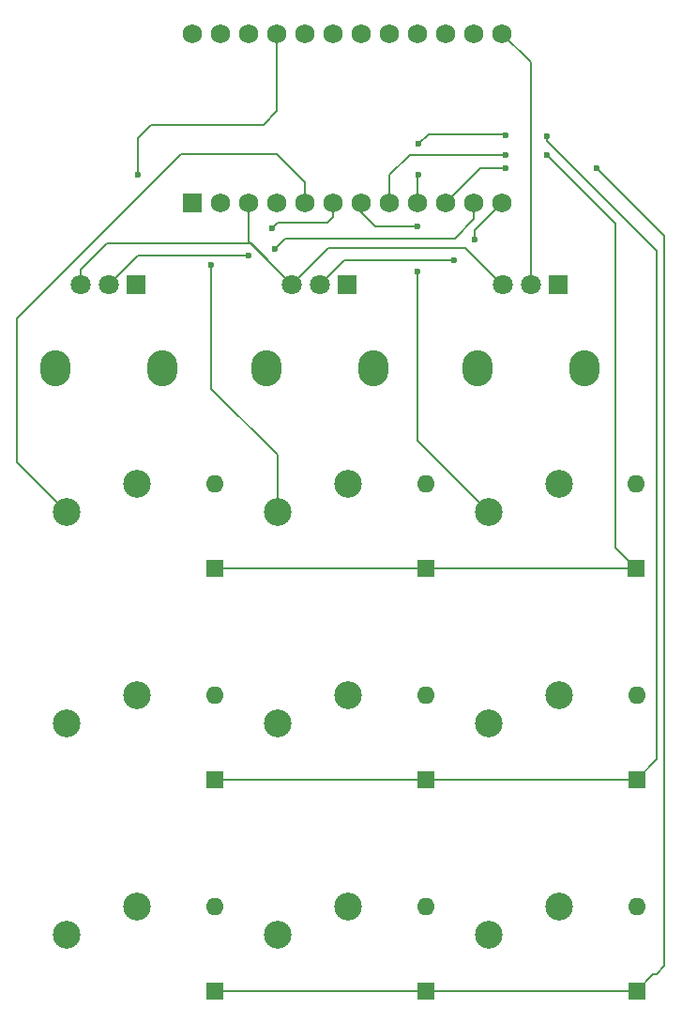
<source format=gbr>
%TF.GenerationSoftware,KiCad,Pcbnew,8.0.2*%
%TF.CreationDate,2024-05-13T19:47:14+03:00*%
%TF.ProjectId,tasta_mea,74617374-615f-46d6-9561-2e6b69636164,rev?*%
%TF.SameCoordinates,Original*%
%TF.FileFunction,Copper,L1,Top*%
%TF.FilePolarity,Positive*%
%FSLAX46Y46*%
G04 Gerber Fmt 4.6, Leading zero omitted, Abs format (unit mm)*
G04 Created by KiCad (PCBNEW 8.0.2) date 2024-05-13 19:47:14*
%MOMM*%
%LPD*%
G01*
G04 APERTURE LIST*
%TA.AperFunction,ComponentPad*%
%ADD10O,2.720000X3.240000*%
%TD*%
%TA.AperFunction,ComponentPad*%
%ADD11R,1.800000X1.800000*%
%TD*%
%TA.AperFunction,ComponentPad*%
%ADD12C,1.800000*%
%TD*%
%TA.AperFunction,ComponentPad*%
%ADD13C,2.500000*%
%TD*%
%TA.AperFunction,ComponentPad*%
%ADD14R,1.752600X1.752600*%
%TD*%
%TA.AperFunction,ComponentPad*%
%ADD15C,1.752600*%
%TD*%
%TA.AperFunction,ComponentPad*%
%ADD16R,1.600000X1.600000*%
%TD*%
%TA.AperFunction,ComponentPad*%
%ADD17O,1.600000X1.600000*%
%TD*%
%TA.AperFunction,ViaPad*%
%ADD18C,0.600000*%
%TD*%
%TA.AperFunction,Conductor*%
%ADD19C,0.200000*%
%TD*%
G04 APERTURE END LIST*
D10*
%TO.P,RV1,*%
%TO.N,*%
X98650000Y-53420000D03*
X89050000Y-53420000D03*
D11*
%TO.P,RV1,1,1*%
%TO.N,vcc*%
X96350000Y-45920000D03*
D12*
%TO.P,RV1,2,2*%
%TO.N,vol 1*%
X93850000Y-45920000D03*
%TO.P,RV1,3,3*%
%TO.N,gnd*%
X91350000Y-45920000D03*
%TD*%
D13*
%TO.P,S1,1,1*%
%TO.N,col 1*%
X90040000Y-66380000D03*
%TO.P,S1,2,2*%
%TO.N,Net-(D1-A)*%
X96390000Y-63840000D03*
%TD*%
D10*
%TO.P,RV3,*%
%TO.N,*%
X136750000Y-53420000D03*
X127150000Y-53420000D03*
D11*
%TO.P,RV3,1,1*%
%TO.N,vcc*%
X134450000Y-45920000D03*
D12*
%TO.P,RV3,2,2*%
%TO.N,vol 3*%
X131950000Y-45920000D03*
%TO.P,RV3,3,3*%
%TO.N,gnd*%
X129450000Y-45920000D03*
%TD*%
D14*
%TO.P,U1,1,TX0/PD3*%
%TO.N,unconnected-(U1-TX0{slash}PD3-Pad1)*%
X101430000Y-38540000D03*
D15*
%TO.P,U1,2,RX1/PD2*%
%TO.N,unconnected-(U1-RX1{slash}PD2-Pad2)*%
X103970000Y-38540000D03*
%TO.P,U1,3,GND*%
%TO.N,gnd*%
X106510000Y-38540000D03*
%TO.P,U1,4,GND*%
%TO.N,unconnected-(U1-GND-Pad4)*%
X109050000Y-38540000D03*
%TO.P,U1,5,2/PD1*%
%TO.N,col 1*%
X111590000Y-38540000D03*
%TO.P,U1,6,3/PD0*%
%TO.N,col 2*%
X114130000Y-38540000D03*
%TO.P,U1,7,4/PD4*%
%TO.N,col 3*%
X116670000Y-38540000D03*
%TO.P,U1,8,5/PC6*%
%TO.N,row 1*%
X119210000Y-38540000D03*
%TO.P,U1,9,6/PD7*%
%TO.N,row 2*%
X121750000Y-38540000D03*
%TO.P,U1,10,7/PE6*%
%TO.N,row 3*%
X124290000Y-38540000D03*
%TO.P,U1,11,8/PB4*%
%TO.N,vol 1*%
X126830000Y-38540000D03*
%TO.P,U1,12,9/PB5*%
%TO.N,vol 2*%
X129370000Y-38540000D03*
%TO.P,U1,13,10/PB6*%
%TO.N,vol 3*%
X129370000Y-23300000D03*
%TO.P,U1,14,16/PB2*%
%TO.N,unconnected-(U1-16{slash}PB2-Pad14)*%
X126830000Y-23300000D03*
%TO.P,U1,15,14/PB3*%
%TO.N,unconnected-(U1-14{slash}PB3-Pad15)*%
X124290000Y-23300000D03*
%TO.P,U1,16,15/PB1*%
%TO.N,unconnected-(U1-15{slash}PB1-Pad16)*%
X121750000Y-23300000D03*
%TO.P,U1,17,A0/PF7*%
%TO.N,unconnected-(U1-A0{slash}PF7-Pad17)*%
X119210000Y-23300000D03*
%TO.P,U1,18,A1/PF6*%
%TO.N,unconnected-(U1-A1{slash}PF6-Pad18)*%
X116670000Y-23300000D03*
%TO.P,U1,19,A2/PF5*%
%TO.N,unconnected-(U1-A2{slash}PF5-Pad19)*%
X114130000Y-23300000D03*
%TO.P,U1,20,A3/PF4*%
%TO.N,unconnected-(U1-A3{slash}PF4-Pad20)*%
X111590000Y-23300000D03*
%TO.P,U1,21,VCC*%
%TO.N,vcc*%
X109050000Y-23300000D03*
%TO.P,U1,22,RST*%
%TO.N,unconnected-(U1-RST-Pad22)*%
X106510000Y-23300000D03*
%TO.P,U1,23,GND*%
%TO.N,unconnected-(U1-GND-Pad23)*%
X103970000Y-23300000D03*
%TO.P,U1,24,RAW*%
%TO.N,unconnected-(U1-RAW-Pad24)*%
X101430000Y-23300000D03*
%TD*%
D13*
%TO.P,S6,1,1*%
%TO.N,col 3*%
X128140000Y-85430000D03*
%TO.P,S6,2,2*%
%TO.N,Net-(D6-A)*%
X134490000Y-82890000D03*
%TD*%
%TO.P,S7,1,1*%
%TO.N,col 1*%
X90040000Y-104480000D03*
%TO.P,S7,2,2*%
%TO.N,Net-(D7-A)*%
X96390000Y-101940000D03*
%TD*%
%TO.P,S2,1,1*%
%TO.N,col 2*%
X109090000Y-66380000D03*
%TO.P,S2,2,2*%
%TO.N,Net-(D2-A)*%
X115440000Y-63840000D03*
%TD*%
%TO.P,S9,1,1*%
%TO.N,col 3*%
X128140000Y-104480000D03*
%TO.P,S9,2,2*%
%TO.N,Net-(D9-A)*%
X134490000Y-101940000D03*
%TD*%
D10*
%TO.P,RV2,*%
%TO.N,*%
X117700000Y-53420000D03*
X108100000Y-53420000D03*
D11*
%TO.P,RV2,1,1*%
%TO.N,vcc*%
X115400000Y-45920000D03*
D12*
%TO.P,RV2,2,2*%
%TO.N,vol 2*%
X112900000Y-45920000D03*
%TO.P,RV2,3,3*%
%TO.N,gnd*%
X110400000Y-45920000D03*
%TD*%
D13*
%TO.P,S5,1,1*%
%TO.N,col 2*%
X109090000Y-85430000D03*
%TO.P,S5,2,2*%
%TO.N,Net-(D5-A)*%
X115440000Y-82890000D03*
%TD*%
%TO.P,S3,1,1*%
%TO.N,col 3*%
X128140000Y-66380000D03*
%TO.P,S3,2,2*%
%TO.N,Net-(D3-A)*%
X134490000Y-63840000D03*
%TD*%
%TO.P,S8,1,1*%
%TO.N,col 2*%
X109090000Y-104480000D03*
%TO.P,S8,2,2*%
%TO.N,Net-(D8-A)*%
X115440000Y-101940000D03*
%TD*%
%TO.P,S4,1,1*%
%TO.N,col 1*%
X90040000Y-85430000D03*
%TO.P,S4,2,2*%
%TO.N,Net-(D4-A)*%
X96390000Y-82890000D03*
%TD*%
D16*
%TO.P,D6,1,K*%
%TO.N,row 2*%
X141500000Y-90490000D03*
D17*
%TO.P,D6,2,A*%
%TO.N,Net-(D6-A)*%
X141500000Y-82870000D03*
%TD*%
D16*
%TO.P,D9,1,K*%
%TO.N,row 3*%
X141500000Y-109540000D03*
D17*
%TO.P,D9,2,A*%
%TO.N,Net-(D9-A)*%
X141500000Y-101920000D03*
%TD*%
D16*
%TO.P,D3,1,K*%
%TO.N,row 1*%
X141410000Y-71440000D03*
D17*
%TO.P,D3,2,A*%
%TO.N,Net-(D3-A)*%
X141410000Y-63820000D03*
%TD*%
D16*
%TO.P,D7,1,K*%
%TO.N,row 3*%
X103400000Y-109540000D03*
D17*
%TO.P,D7,2,A*%
%TO.N,Net-(D7-A)*%
X103400000Y-101920000D03*
%TD*%
D16*
%TO.P,D4,1,K*%
%TO.N,row 2*%
X103400000Y-90490000D03*
D17*
%TO.P,D4,2,A*%
%TO.N,Net-(D4-A)*%
X103400000Y-82870000D03*
%TD*%
D16*
%TO.P,D8,1,K*%
%TO.N,row 3*%
X122450000Y-109540000D03*
D17*
%TO.P,D8,2,A*%
%TO.N,Net-(D8-A)*%
X122450000Y-101920000D03*
%TD*%
D16*
%TO.P,D5,1,K*%
%TO.N,row 2*%
X122450000Y-90490000D03*
D17*
%TO.P,D5,2,A*%
%TO.N,Net-(D5-A)*%
X122450000Y-82870000D03*
%TD*%
D16*
%TO.P,D1,1,K*%
%TO.N,row 1*%
X103400000Y-71440000D03*
D17*
%TO.P,D1,2,A*%
%TO.N,Net-(D1-A)*%
X103400000Y-63820000D03*
%TD*%
D16*
%TO.P,D2,1,K*%
%TO.N,row 1*%
X122450000Y-71440000D03*
D17*
%TO.P,D2,2,A*%
%TO.N,Net-(D2-A)*%
X122450000Y-63820000D03*
%TD*%
D18*
%TO.N,row 1*%
X129700000Y-34220000D03*
X133400000Y-34220000D03*
%TO.N,row 2*%
X129700000Y-32420000D03*
X133400000Y-32520000D03*
X121800000Y-33220000D03*
X121800000Y-36020000D03*
%TO.N,row 3*%
X129700000Y-35420000D03*
X137900000Y-35420000D03*
%TO.N,vol 1*%
X108800000Y-42720000D03*
X106500000Y-43320000D03*
%TO.N,vcc*%
X96500000Y-36020000D03*
%TO.N,vol 2*%
X125000000Y-43720000D03*
X126900000Y-41820000D03*
%TO.N,col 2*%
X103100000Y-44120000D03*
X108600000Y-40820000D03*
%TO.N,col 3*%
X121700000Y-40620000D03*
X121700000Y-44720000D03*
%TD*%
D19*
%TO.N,row 1*%
X139600000Y-40420000D02*
X139600000Y-69630000D01*
X133400000Y-34220000D02*
X139600000Y-40420000D01*
X121000000Y-34220000D02*
X129700000Y-34220000D01*
X119210000Y-38540000D02*
X119210000Y-36010000D01*
X139600000Y-69630000D02*
X141410000Y-71440000D01*
X103400000Y-71440000D02*
X122450000Y-71440000D01*
X119210000Y-36010000D02*
X121000000Y-34220000D01*
X122450000Y-71440000D02*
X141410000Y-71440000D01*
%TO.N,row 2*%
X133400000Y-32920000D02*
X133400000Y-32520000D01*
X121800000Y-36020000D02*
X121750000Y-36070000D01*
X129600000Y-32320000D02*
X122700000Y-32320000D01*
X121750000Y-36070000D02*
X121750000Y-38540000D01*
X129700000Y-32420000D02*
X129600000Y-32320000D01*
X143300000Y-42820000D02*
X133400000Y-32920000D01*
X122450000Y-90490000D02*
X141500000Y-90490000D01*
X141500000Y-90490000D02*
X143300000Y-88690000D01*
X122700000Y-32320000D02*
X121800000Y-33220000D01*
X143300000Y-88690000D02*
X143300000Y-42820000D01*
X103400000Y-90490000D02*
X122450000Y-90490000D01*
%TO.N,row 3*%
X143000000Y-108040000D02*
X143280000Y-108040000D01*
X144000000Y-107320000D02*
X144000000Y-41520000D01*
X141500000Y-109540000D02*
X143000000Y-108040000D01*
X127300000Y-35420000D02*
X127300000Y-35530000D01*
X144000000Y-41520000D02*
X137900000Y-35420000D01*
X143280000Y-108040000D02*
X144000000Y-107320000D01*
X129700000Y-35420000D02*
X127300000Y-35420000D01*
X127300000Y-35530000D02*
X124290000Y-38540000D01*
X122450000Y-109540000D02*
X141500000Y-109540000D01*
X103400000Y-109540000D02*
X122450000Y-109540000D01*
%TO.N,vol 1*%
X108800000Y-42720000D02*
X109800000Y-41720000D01*
X96450000Y-43320000D02*
X106500000Y-43320000D01*
X126830000Y-39990000D02*
X126830000Y-38540000D01*
X109800000Y-41720000D02*
X125100000Y-41720000D01*
X93850000Y-45920000D02*
X96450000Y-43320000D01*
X125100000Y-41720000D02*
X126830000Y-39990000D01*
%TO.N,gnd*%
X113700000Y-42620000D02*
X110400000Y-45920000D01*
X93700000Y-42220000D02*
X91350000Y-44570000D01*
X106510000Y-42030000D02*
X110400000Y-45920000D01*
X126000000Y-42620000D02*
X113700000Y-42620000D01*
X91350000Y-44570000D02*
X91350000Y-45920000D01*
X129450000Y-45920000D02*
X129300000Y-45920000D01*
X106700000Y-42220000D02*
X93700000Y-42220000D01*
X110400000Y-45920000D02*
X106700000Y-42220000D01*
X129300000Y-45920000D02*
X126000000Y-42620000D01*
X106510000Y-38540000D02*
X106510000Y-42030000D01*
%TO.N,vcc*%
X107800000Y-31520000D02*
X109050000Y-30270000D01*
X109050000Y-30270000D02*
X109050000Y-23300000D01*
X97700000Y-31520000D02*
X107800000Y-31520000D01*
X96500000Y-32720000D02*
X97700000Y-31520000D01*
X96500000Y-36020000D02*
X96500000Y-32720000D01*
%TO.N,vol 2*%
X115100000Y-43720000D02*
X112900000Y-45920000D01*
X125000000Y-43720000D02*
X115100000Y-43720000D01*
X126900000Y-41820000D02*
X126900000Y-41010000D01*
X126900000Y-41010000D02*
X129370000Y-38540000D01*
%TO.N,vol 3*%
X131950000Y-25880000D02*
X129370000Y-23300000D01*
X131950000Y-45920000D02*
X131950000Y-25880000D01*
%TO.N,col 1*%
X109000000Y-34120000D02*
X111590000Y-36710000D01*
X111590000Y-36710000D02*
X111590000Y-38540000D01*
X85600000Y-61940000D02*
X85600000Y-48920000D01*
X100400000Y-34120000D02*
X109000000Y-34120000D01*
X90040000Y-66380000D02*
X85600000Y-61940000D01*
X85600000Y-48920000D02*
X100400000Y-34120000D01*
%TO.N,col 2*%
X109090000Y-66380000D02*
X109090000Y-61252405D01*
X108600000Y-40820000D02*
X109100000Y-40320000D01*
X113600000Y-40320000D02*
X114130000Y-39790000D01*
X109100000Y-40320000D02*
X113600000Y-40320000D01*
X114130000Y-39790000D02*
X114130000Y-38540000D01*
X103100000Y-55262405D02*
X103100000Y-44120000D01*
X109090000Y-61252405D02*
X103100000Y-55262405D01*
%TO.N,col 3*%
X117890000Y-40620000D02*
X116670000Y-39400000D01*
X128140000Y-66380000D02*
X121700000Y-59940000D01*
X116670000Y-39400000D02*
X116670000Y-38540000D01*
X121700000Y-59940000D02*
X121700000Y-44720000D01*
X121700000Y-40620000D02*
X117890000Y-40620000D01*
%TD*%
M02*

</source>
